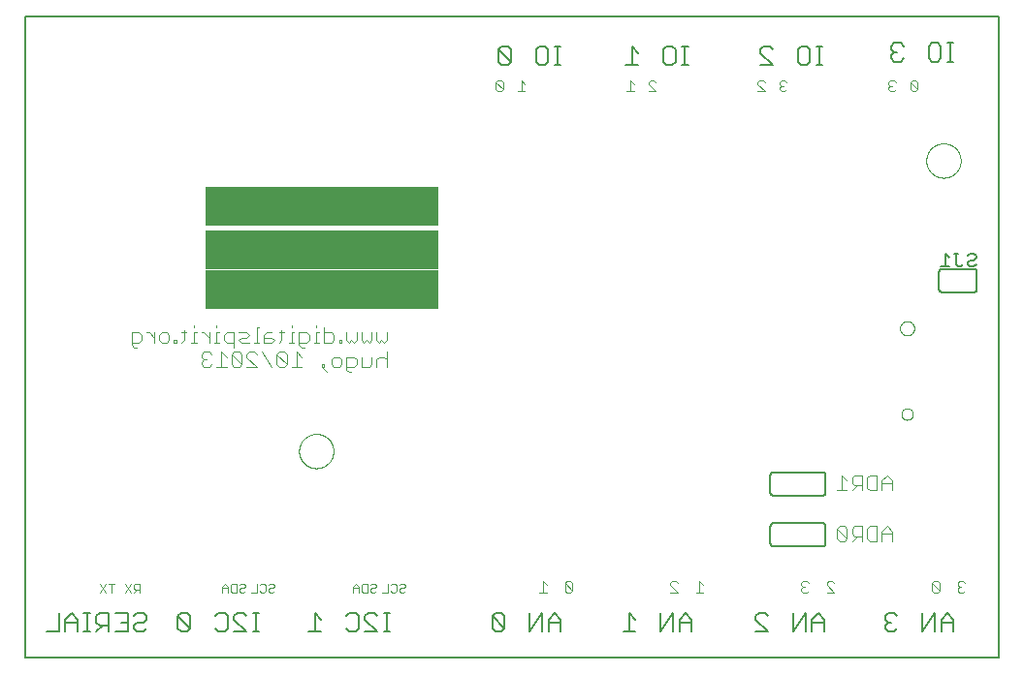
<source format=gbo>
G75*
%MOIN*%
%OFA0B0*%
%FSLAX25Y25*%
%IPPOS*%
%LPD*%
%AMOC8*
5,1,8,0,0,1.08239X$1,22.5*
%
%ADD10C,0.00600*%
%ADD11C,0.00400*%
%ADD12R,0.80000X0.13750*%
%ADD13C,0.00300*%
%ADD14C,0.00500*%
%ADD15C,0.00000*%
D10*
X0008870Y0012765D02*
X0013141Y0012765D01*
X0013141Y0019170D01*
X0015316Y0017035D02*
X0015316Y0012765D01*
X0015316Y0015967D02*
X0019586Y0015967D01*
X0019586Y0017035D02*
X0019586Y0012765D01*
X0021748Y0012765D02*
X0023883Y0012765D01*
X0022816Y0012765D02*
X0022816Y0019170D01*
X0023883Y0019170D02*
X0021748Y0019170D01*
X0019586Y0017035D02*
X0017451Y0019170D01*
X0015316Y0017035D01*
X0026058Y0018102D02*
X0026058Y0015967D01*
X0027126Y0014900D01*
X0030329Y0014900D01*
X0030329Y0012765D02*
X0030329Y0019170D01*
X0027126Y0019170D01*
X0026058Y0018102D01*
X0028194Y0014900D02*
X0026058Y0012765D01*
X0032504Y0012765D02*
X0036774Y0012765D01*
X0036774Y0019170D01*
X0032504Y0019170D01*
X0034639Y0015967D02*
X0036774Y0015967D01*
X0038949Y0014900D02*
X0038949Y0013832D01*
X0040017Y0012765D01*
X0042152Y0012765D01*
X0043220Y0013832D01*
X0042152Y0015967D02*
X0040017Y0015967D01*
X0038949Y0014900D01*
X0038949Y0018102D02*
X0040017Y0019170D01*
X0042152Y0019170D01*
X0043220Y0018102D01*
X0043220Y0017035D01*
X0042152Y0015967D01*
X0054066Y0013832D02*
X0055133Y0012765D01*
X0057269Y0012765D01*
X0058336Y0013832D01*
X0054066Y0018102D01*
X0054066Y0013832D01*
X0058336Y0013832D02*
X0058336Y0018102D01*
X0057269Y0019170D01*
X0055133Y0019170D01*
X0054066Y0018102D01*
X0066957Y0018102D02*
X0068024Y0019170D01*
X0070160Y0019170D01*
X0071227Y0018102D01*
X0071227Y0013832D01*
X0070160Y0012765D01*
X0068024Y0012765D01*
X0066957Y0013832D01*
X0073402Y0012765D02*
X0077673Y0012765D01*
X0073402Y0017035D01*
X0073402Y0018102D01*
X0074470Y0019170D01*
X0076605Y0019170D01*
X0077673Y0018102D01*
X0079835Y0019170D02*
X0081970Y0019170D01*
X0080902Y0019170D02*
X0080902Y0012765D01*
X0079835Y0012765D02*
X0081970Y0012765D01*
X0099066Y0012765D02*
X0103336Y0012765D01*
X0101201Y0012765D02*
X0101201Y0019170D01*
X0103336Y0017035D01*
X0111957Y0018102D02*
X0113024Y0019170D01*
X0115160Y0019170D01*
X0116227Y0018102D01*
X0116227Y0013832D01*
X0115160Y0012765D01*
X0113024Y0012765D01*
X0111957Y0013832D01*
X0118402Y0012765D02*
X0122673Y0012765D01*
X0118402Y0017035D01*
X0118402Y0018102D01*
X0119470Y0019170D01*
X0121605Y0019170D01*
X0122673Y0018102D01*
X0124835Y0019170D02*
X0126970Y0019170D01*
X0125902Y0019170D02*
X0125902Y0012765D01*
X0124835Y0012765D02*
X0126970Y0012765D01*
X0162113Y0013832D02*
X0163180Y0012765D01*
X0165316Y0012765D01*
X0166383Y0013832D01*
X0162113Y0018102D01*
X0162113Y0013832D01*
X0166383Y0013832D02*
X0166383Y0018102D01*
X0165316Y0019170D01*
X0163180Y0019170D01*
X0162113Y0018102D01*
X0175004Y0019170D02*
X0175004Y0012765D01*
X0179274Y0019170D01*
X0179274Y0012765D01*
X0181449Y0012765D02*
X0181449Y0017035D01*
X0183585Y0019170D01*
X0185720Y0017035D01*
X0185720Y0012765D01*
X0185720Y0015967D02*
X0181449Y0015967D01*
X0207113Y0012765D02*
X0211383Y0012765D01*
X0209248Y0012765D02*
X0209248Y0019170D01*
X0211383Y0017035D01*
X0220004Y0019170D02*
X0220004Y0012765D01*
X0224274Y0019170D01*
X0224274Y0012765D01*
X0226449Y0012765D02*
X0226449Y0017035D01*
X0228585Y0019170D01*
X0230720Y0017035D01*
X0230720Y0012765D01*
X0230720Y0015967D02*
X0226449Y0015967D01*
X0252738Y0017035D02*
X0252738Y0018102D01*
X0253805Y0019170D01*
X0255941Y0019170D01*
X0257008Y0018102D01*
X0252738Y0017035D02*
X0257008Y0012765D01*
X0252738Y0012765D01*
X0265629Y0012765D02*
X0265629Y0019170D01*
X0269899Y0019170D02*
X0265629Y0012765D01*
X0269899Y0012765D02*
X0269899Y0019170D01*
X0272074Y0017035D02*
X0272074Y0012765D01*
X0272074Y0015967D02*
X0276345Y0015967D01*
X0276345Y0017035D02*
X0276345Y0012765D01*
X0276345Y0017035D02*
X0274210Y0019170D01*
X0272074Y0017035D01*
X0297113Y0017035D02*
X0298180Y0015967D01*
X0297113Y0014900D01*
X0297113Y0013832D01*
X0298180Y0012765D01*
X0300316Y0012765D01*
X0301383Y0013832D01*
X0299248Y0015967D02*
X0298180Y0015967D01*
X0297113Y0017035D02*
X0297113Y0018102D01*
X0298180Y0019170D01*
X0300316Y0019170D01*
X0301383Y0018102D01*
X0310004Y0019170D02*
X0310004Y0012765D01*
X0314274Y0019170D01*
X0314274Y0012765D01*
X0316449Y0012765D02*
X0316449Y0017035D01*
X0318585Y0019170D01*
X0320720Y0017035D01*
X0320720Y0012765D01*
X0320720Y0015967D02*
X0316449Y0015967D01*
X0276770Y0043215D02*
X0276770Y0049215D01*
X0276768Y0049275D01*
X0276763Y0049336D01*
X0276754Y0049395D01*
X0276741Y0049454D01*
X0276725Y0049513D01*
X0276705Y0049570D01*
X0276682Y0049625D01*
X0276655Y0049680D01*
X0276626Y0049732D01*
X0276593Y0049783D01*
X0276557Y0049832D01*
X0276519Y0049878D01*
X0276477Y0049922D01*
X0276433Y0049964D01*
X0276387Y0050002D01*
X0276338Y0050038D01*
X0276287Y0050071D01*
X0276235Y0050100D01*
X0276180Y0050127D01*
X0276125Y0050150D01*
X0276068Y0050170D01*
X0276009Y0050186D01*
X0275950Y0050199D01*
X0275891Y0050208D01*
X0275830Y0050213D01*
X0275770Y0050215D01*
X0258770Y0050215D01*
X0258710Y0050213D01*
X0258649Y0050208D01*
X0258590Y0050199D01*
X0258531Y0050186D01*
X0258472Y0050170D01*
X0258415Y0050150D01*
X0258360Y0050127D01*
X0258305Y0050100D01*
X0258253Y0050071D01*
X0258202Y0050038D01*
X0258153Y0050002D01*
X0258107Y0049964D01*
X0258063Y0049922D01*
X0258021Y0049878D01*
X0257983Y0049832D01*
X0257947Y0049783D01*
X0257914Y0049732D01*
X0257885Y0049680D01*
X0257858Y0049625D01*
X0257835Y0049570D01*
X0257815Y0049513D01*
X0257799Y0049454D01*
X0257786Y0049395D01*
X0257777Y0049336D01*
X0257772Y0049275D01*
X0257770Y0049215D01*
X0257770Y0043215D01*
X0257772Y0043155D01*
X0257777Y0043094D01*
X0257786Y0043035D01*
X0257799Y0042976D01*
X0257815Y0042917D01*
X0257835Y0042860D01*
X0257858Y0042805D01*
X0257885Y0042750D01*
X0257914Y0042698D01*
X0257947Y0042647D01*
X0257983Y0042598D01*
X0258021Y0042552D01*
X0258063Y0042508D01*
X0258107Y0042466D01*
X0258153Y0042428D01*
X0258202Y0042392D01*
X0258253Y0042359D01*
X0258305Y0042330D01*
X0258360Y0042303D01*
X0258415Y0042280D01*
X0258472Y0042260D01*
X0258531Y0042244D01*
X0258590Y0042231D01*
X0258649Y0042222D01*
X0258710Y0042217D01*
X0258770Y0042215D01*
X0275770Y0042215D01*
X0275830Y0042217D01*
X0275891Y0042222D01*
X0275950Y0042231D01*
X0276009Y0042244D01*
X0276068Y0042260D01*
X0276125Y0042280D01*
X0276180Y0042303D01*
X0276235Y0042330D01*
X0276287Y0042359D01*
X0276338Y0042392D01*
X0276387Y0042428D01*
X0276433Y0042466D01*
X0276477Y0042508D01*
X0276519Y0042552D01*
X0276557Y0042598D01*
X0276593Y0042647D01*
X0276626Y0042698D01*
X0276655Y0042750D01*
X0276682Y0042805D01*
X0276705Y0042860D01*
X0276725Y0042917D01*
X0276741Y0042976D01*
X0276754Y0043035D01*
X0276763Y0043094D01*
X0276768Y0043155D01*
X0276770Y0043215D01*
X0275770Y0059715D02*
X0258770Y0059715D01*
X0258710Y0059717D01*
X0258649Y0059722D01*
X0258590Y0059731D01*
X0258531Y0059744D01*
X0258472Y0059760D01*
X0258415Y0059780D01*
X0258360Y0059803D01*
X0258305Y0059830D01*
X0258253Y0059859D01*
X0258202Y0059892D01*
X0258153Y0059928D01*
X0258107Y0059966D01*
X0258063Y0060008D01*
X0258021Y0060052D01*
X0257983Y0060098D01*
X0257947Y0060147D01*
X0257914Y0060198D01*
X0257885Y0060250D01*
X0257858Y0060305D01*
X0257835Y0060360D01*
X0257815Y0060417D01*
X0257799Y0060476D01*
X0257786Y0060535D01*
X0257777Y0060594D01*
X0257772Y0060655D01*
X0257770Y0060715D01*
X0257770Y0066715D01*
X0257772Y0066775D01*
X0257777Y0066836D01*
X0257786Y0066895D01*
X0257799Y0066954D01*
X0257815Y0067013D01*
X0257835Y0067070D01*
X0257858Y0067125D01*
X0257885Y0067180D01*
X0257914Y0067232D01*
X0257947Y0067283D01*
X0257983Y0067332D01*
X0258021Y0067378D01*
X0258063Y0067422D01*
X0258107Y0067464D01*
X0258153Y0067502D01*
X0258202Y0067538D01*
X0258253Y0067571D01*
X0258305Y0067600D01*
X0258360Y0067627D01*
X0258415Y0067650D01*
X0258472Y0067670D01*
X0258531Y0067686D01*
X0258590Y0067699D01*
X0258649Y0067708D01*
X0258710Y0067713D01*
X0258770Y0067715D01*
X0275770Y0067715D01*
X0275830Y0067713D01*
X0275891Y0067708D01*
X0275950Y0067699D01*
X0276009Y0067686D01*
X0276068Y0067670D01*
X0276125Y0067650D01*
X0276180Y0067627D01*
X0276235Y0067600D01*
X0276287Y0067571D01*
X0276338Y0067538D01*
X0276387Y0067502D01*
X0276433Y0067464D01*
X0276477Y0067422D01*
X0276519Y0067378D01*
X0276557Y0067332D01*
X0276593Y0067283D01*
X0276626Y0067232D01*
X0276655Y0067180D01*
X0276682Y0067125D01*
X0276705Y0067070D01*
X0276725Y0067013D01*
X0276741Y0066954D01*
X0276754Y0066895D01*
X0276763Y0066836D01*
X0276768Y0066775D01*
X0276770Y0066715D01*
X0276770Y0060715D01*
X0276768Y0060655D01*
X0276763Y0060594D01*
X0276754Y0060535D01*
X0276741Y0060476D01*
X0276725Y0060417D01*
X0276705Y0060360D01*
X0276682Y0060305D01*
X0276655Y0060250D01*
X0276626Y0060198D01*
X0276593Y0060147D01*
X0276557Y0060098D01*
X0276519Y0060052D01*
X0276477Y0060008D01*
X0276433Y0059966D01*
X0276387Y0059928D01*
X0276338Y0059892D01*
X0276287Y0059859D01*
X0276235Y0059830D01*
X0276180Y0059803D01*
X0276125Y0059780D01*
X0276068Y0059760D01*
X0276009Y0059744D01*
X0275950Y0059731D01*
X0275891Y0059722D01*
X0275830Y0059717D01*
X0275770Y0059715D01*
X0316770Y0129715D02*
X0327770Y0129715D01*
X0327830Y0129717D01*
X0327891Y0129722D01*
X0327950Y0129731D01*
X0328009Y0129744D01*
X0328068Y0129760D01*
X0328125Y0129780D01*
X0328180Y0129803D01*
X0328235Y0129830D01*
X0328287Y0129859D01*
X0328338Y0129892D01*
X0328387Y0129928D01*
X0328433Y0129966D01*
X0328477Y0130008D01*
X0328519Y0130052D01*
X0328557Y0130098D01*
X0328593Y0130147D01*
X0328626Y0130198D01*
X0328655Y0130250D01*
X0328682Y0130305D01*
X0328705Y0130360D01*
X0328725Y0130417D01*
X0328741Y0130476D01*
X0328754Y0130535D01*
X0328763Y0130594D01*
X0328768Y0130655D01*
X0328770Y0130715D01*
X0328770Y0136715D01*
X0328768Y0136775D01*
X0328763Y0136836D01*
X0328754Y0136895D01*
X0328741Y0136954D01*
X0328725Y0137013D01*
X0328705Y0137070D01*
X0328682Y0137125D01*
X0328655Y0137180D01*
X0328626Y0137232D01*
X0328593Y0137283D01*
X0328557Y0137332D01*
X0328519Y0137378D01*
X0328477Y0137422D01*
X0328433Y0137464D01*
X0328387Y0137502D01*
X0328338Y0137538D01*
X0328287Y0137571D01*
X0328235Y0137600D01*
X0328180Y0137627D01*
X0328125Y0137650D01*
X0328068Y0137670D01*
X0328009Y0137686D01*
X0327950Y0137699D01*
X0327891Y0137708D01*
X0327830Y0137713D01*
X0327770Y0137715D01*
X0316770Y0137715D01*
X0316710Y0137713D01*
X0316649Y0137708D01*
X0316590Y0137699D01*
X0316531Y0137686D01*
X0316472Y0137670D01*
X0316415Y0137650D01*
X0316360Y0137627D01*
X0316305Y0137600D01*
X0316253Y0137571D01*
X0316202Y0137538D01*
X0316153Y0137502D01*
X0316107Y0137464D01*
X0316063Y0137422D01*
X0316021Y0137378D01*
X0315983Y0137332D01*
X0315947Y0137283D01*
X0315914Y0137232D01*
X0315885Y0137180D01*
X0315858Y0137125D01*
X0315835Y0137070D01*
X0315815Y0137013D01*
X0315799Y0136954D01*
X0315786Y0136895D01*
X0315777Y0136836D01*
X0315772Y0136775D01*
X0315770Y0136715D01*
X0315770Y0130715D01*
X0315772Y0130655D01*
X0315777Y0130594D01*
X0315786Y0130535D01*
X0315799Y0130476D01*
X0315815Y0130417D01*
X0315835Y0130360D01*
X0315858Y0130305D01*
X0315885Y0130250D01*
X0315914Y0130198D01*
X0315947Y0130147D01*
X0315983Y0130098D01*
X0316021Y0130052D01*
X0316063Y0130008D01*
X0316107Y0129966D01*
X0316153Y0129928D01*
X0316202Y0129892D01*
X0316253Y0129859D01*
X0316305Y0129830D01*
X0316360Y0129803D01*
X0316415Y0129780D01*
X0316472Y0129760D01*
X0316531Y0129744D01*
X0316590Y0129731D01*
X0316649Y0129722D01*
X0316710Y0129717D01*
X0316770Y0129715D01*
X0275720Y0207765D02*
X0273585Y0207765D01*
X0274652Y0207765D02*
X0274652Y0214170D01*
X0273585Y0214170D02*
X0275720Y0214170D01*
X0271423Y0213102D02*
X0271423Y0208832D01*
X0270355Y0207765D01*
X0268220Y0207765D01*
X0267152Y0208832D01*
X0267152Y0213102D01*
X0268220Y0214170D01*
X0270355Y0214170D01*
X0271423Y0213102D01*
X0258532Y0213102D02*
X0257464Y0214170D01*
X0255329Y0214170D01*
X0254261Y0213102D01*
X0254261Y0212035D01*
X0258532Y0207765D01*
X0254261Y0207765D01*
X0229470Y0207765D02*
X0227335Y0207765D01*
X0228402Y0207765D02*
X0228402Y0214170D01*
X0227335Y0214170D02*
X0229470Y0214170D01*
X0225173Y0213102D02*
X0225173Y0208832D01*
X0224105Y0207765D01*
X0221970Y0207765D01*
X0220902Y0208832D01*
X0220902Y0213102D01*
X0221970Y0214170D01*
X0224105Y0214170D01*
X0225173Y0213102D01*
X0212282Y0212035D02*
X0210147Y0214170D01*
X0210147Y0207765D01*
X0212282Y0207765D02*
X0208011Y0207765D01*
X0185720Y0207765D02*
X0183585Y0207765D01*
X0184652Y0207765D02*
X0184652Y0214170D01*
X0183585Y0214170D02*
X0185720Y0214170D01*
X0181423Y0213102D02*
X0181423Y0208832D01*
X0180355Y0207765D01*
X0178220Y0207765D01*
X0177152Y0208832D01*
X0177152Y0213102D01*
X0178220Y0214170D01*
X0180355Y0214170D01*
X0181423Y0213102D01*
X0168532Y0213102D02*
X0168532Y0208832D01*
X0164261Y0213102D01*
X0164261Y0208832D01*
X0165329Y0207765D01*
X0167464Y0207765D01*
X0168532Y0208832D01*
X0168532Y0213102D02*
X0167464Y0214170D01*
X0165329Y0214170D01*
X0164261Y0213102D01*
X0299261Y0213285D02*
X0300329Y0212217D01*
X0299261Y0211150D01*
X0299261Y0210082D01*
X0300329Y0209015D01*
X0302464Y0209015D01*
X0303532Y0210082D01*
X0301397Y0212217D02*
X0300329Y0212217D01*
X0299261Y0213285D02*
X0299261Y0214352D01*
X0300329Y0215420D01*
X0302464Y0215420D01*
X0303532Y0214352D01*
X0312152Y0214352D02*
X0312152Y0210082D01*
X0313220Y0209015D01*
X0315355Y0209015D01*
X0316423Y0210082D01*
X0316423Y0214352D01*
X0315355Y0215420D01*
X0313220Y0215420D01*
X0312152Y0214352D01*
X0318585Y0215420D02*
X0320720Y0215420D01*
X0319652Y0215420D02*
X0319652Y0209015D01*
X0318585Y0209015D02*
X0320720Y0209015D01*
D11*
X0125820Y0115784D02*
X0125820Y0113182D01*
X0124952Y0112315D01*
X0124085Y0113182D01*
X0123217Y0112315D01*
X0122350Y0113182D01*
X0122350Y0115784D01*
X0120663Y0115784D02*
X0120663Y0113182D01*
X0119796Y0112315D01*
X0118928Y0113182D01*
X0118061Y0112315D01*
X0117194Y0113182D01*
X0117194Y0115784D01*
X0115507Y0115784D02*
X0115507Y0113182D01*
X0114639Y0112315D01*
X0113772Y0113182D01*
X0112905Y0112315D01*
X0112037Y0113182D01*
X0112037Y0115784D01*
X0110350Y0113182D02*
X0109483Y0113182D01*
X0109483Y0112315D01*
X0110350Y0112315D01*
X0110350Y0113182D01*
X0107772Y0113182D02*
X0107772Y0114917D01*
X0106905Y0115784D01*
X0104303Y0115784D01*
X0102616Y0115784D02*
X0101748Y0115784D01*
X0101748Y0112315D01*
X0100881Y0112315D02*
X0102616Y0112315D01*
X0104303Y0112315D02*
X0106905Y0112315D01*
X0107772Y0113182D01*
X0104303Y0112315D02*
X0104303Y0117519D01*
X0101748Y0117519D02*
X0101748Y0118386D01*
X0098311Y0115784D02*
X0099178Y0114917D01*
X0099178Y0113182D01*
X0098311Y0112315D01*
X0095709Y0112315D01*
X0095709Y0111447D02*
X0095709Y0115784D01*
X0098311Y0115784D01*
X0094022Y0115784D02*
X0093155Y0115784D01*
X0093155Y0112315D01*
X0094022Y0112315D02*
X0092287Y0112315D01*
X0089717Y0113182D02*
X0088849Y0112315D01*
X0089717Y0113182D02*
X0089717Y0116652D01*
X0090584Y0115784D02*
X0088849Y0115784D01*
X0086279Y0115784D02*
X0084544Y0115784D01*
X0083677Y0114917D01*
X0083677Y0112315D01*
X0086279Y0112315D01*
X0087147Y0113182D01*
X0086279Y0114049D01*
X0083677Y0114049D01*
X0081990Y0112315D02*
X0080255Y0112315D01*
X0081123Y0112315D02*
X0081123Y0117519D01*
X0081990Y0117519D01*
X0078553Y0114917D02*
X0077685Y0115784D01*
X0075083Y0115784D01*
X0073396Y0115784D02*
X0070794Y0115784D01*
X0069927Y0114917D01*
X0069927Y0113182D01*
X0070794Y0112315D01*
X0073396Y0112315D01*
X0073396Y0110580D02*
X0073396Y0115784D01*
X0075950Y0114049D02*
X0077685Y0114049D01*
X0078553Y0114917D01*
X0078553Y0112315D02*
X0075950Y0112315D01*
X0075083Y0113182D01*
X0075950Y0114049D01*
X0075107Y0109119D02*
X0073372Y0109119D01*
X0072505Y0108252D01*
X0075975Y0104782D01*
X0075107Y0103915D01*
X0073372Y0103915D01*
X0072505Y0104782D01*
X0072505Y0108252D01*
X0070818Y0107384D02*
X0069083Y0109119D01*
X0069083Y0103915D01*
X0070818Y0103915D02*
X0067348Y0103915D01*
X0065662Y0104782D02*
X0064794Y0103915D01*
X0063059Y0103915D01*
X0062192Y0104782D01*
X0062192Y0105649D01*
X0063059Y0106517D01*
X0063927Y0106517D01*
X0063059Y0106517D02*
X0062192Y0107384D01*
X0062192Y0108252D01*
X0063059Y0109119D01*
X0064794Y0109119D01*
X0065662Y0108252D01*
X0066505Y0112315D02*
X0068240Y0112315D01*
X0067373Y0112315D02*
X0067373Y0115784D01*
X0068240Y0115784D01*
X0067373Y0117519D02*
X0067373Y0118386D01*
X0064802Y0115784D02*
X0064802Y0112315D01*
X0064802Y0114049D02*
X0063068Y0115784D01*
X0062200Y0115784D01*
X0060505Y0115784D02*
X0059638Y0115784D01*
X0059638Y0112315D01*
X0060505Y0112315D02*
X0058771Y0112315D01*
X0056200Y0113182D02*
X0055333Y0112315D01*
X0056200Y0113182D02*
X0056200Y0116652D01*
X0055333Y0115784D02*
X0057068Y0115784D01*
X0059638Y0117519D02*
X0059638Y0118386D01*
X0053630Y0113182D02*
X0052763Y0113182D01*
X0052763Y0112315D01*
X0053630Y0112315D01*
X0053630Y0113182D01*
X0051052Y0113182D02*
X0050185Y0112315D01*
X0048450Y0112315D01*
X0047582Y0113182D01*
X0047582Y0114917D01*
X0048450Y0115784D01*
X0050185Y0115784D01*
X0051052Y0114917D01*
X0051052Y0113182D01*
X0045896Y0114049D02*
X0044161Y0115784D01*
X0043293Y0115784D01*
X0041599Y0114917D02*
X0041599Y0113182D01*
X0040731Y0112315D01*
X0038129Y0112315D01*
X0038129Y0111447D02*
X0038129Y0115784D01*
X0040731Y0115784D01*
X0041599Y0114917D01*
X0045896Y0115784D02*
X0045896Y0112315D01*
X0039864Y0110580D02*
X0038996Y0110580D01*
X0038129Y0111447D01*
X0075107Y0109119D02*
X0075975Y0108252D01*
X0075975Y0104782D01*
X0077661Y0103915D02*
X0081131Y0103915D01*
X0077661Y0107384D01*
X0077661Y0108252D01*
X0078529Y0109119D01*
X0080264Y0109119D01*
X0081131Y0108252D01*
X0082818Y0109119D02*
X0086287Y0103915D01*
X0087974Y0104782D02*
X0088841Y0103915D01*
X0090576Y0103915D01*
X0091444Y0104782D01*
X0087974Y0108252D01*
X0087974Y0104782D01*
X0091444Y0104782D02*
X0091444Y0108252D01*
X0090576Y0109119D01*
X0088841Y0109119D01*
X0087974Y0108252D01*
X0093130Y0103915D02*
X0096600Y0103915D01*
X0094865Y0103915D02*
X0094865Y0109119D01*
X0096600Y0107384D01*
X0096576Y0110580D02*
X0095709Y0111447D01*
X0096576Y0110580D02*
X0097443Y0110580D01*
X0093155Y0117519D02*
X0093155Y0118386D01*
X0106881Y0106517D02*
X0107748Y0107384D01*
X0109483Y0107384D01*
X0110350Y0106517D01*
X0110350Y0104782D01*
X0109483Y0103915D01*
X0107748Y0103915D01*
X0106881Y0104782D01*
X0106881Y0106517D01*
X0104327Y0104782D02*
X0104327Y0103915D01*
X0103459Y0103915D01*
X0103459Y0104782D01*
X0104327Y0104782D01*
X0103459Y0103915D02*
X0105194Y0102180D01*
X0112037Y0103047D02*
X0112037Y0107384D01*
X0114639Y0107384D01*
X0115507Y0106517D01*
X0115507Y0104782D01*
X0114639Y0103915D01*
X0112037Y0103915D01*
X0112037Y0103047D02*
X0112905Y0102180D01*
X0113772Y0102180D01*
X0117194Y0103915D02*
X0117194Y0107384D01*
X0120663Y0107384D02*
X0120663Y0104782D01*
X0119796Y0103915D01*
X0117194Y0103915D01*
X0122350Y0103915D02*
X0122350Y0106517D01*
X0123217Y0107384D01*
X0124952Y0107384D01*
X0125820Y0106517D01*
X0125820Y0109119D02*
X0125820Y0103915D01*
X0280631Y0061415D02*
X0284100Y0061415D01*
X0285787Y0061415D02*
X0287522Y0063149D01*
X0286655Y0063149D02*
X0289257Y0063149D01*
X0289257Y0061415D02*
X0289257Y0066619D01*
X0286655Y0066619D01*
X0285787Y0065752D01*
X0285787Y0064017D01*
X0286655Y0063149D01*
X0284100Y0064884D02*
X0282366Y0066619D01*
X0282366Y0061415D01*
X0290944Y0062282D02*
X0291811Y0061415D01*
X0294413Y0061415D01*
X0294413Y0066619D01*
X0291811Y0066619D01*
X0290944Y0065752D01*
X0290944Y0062282D01*
X0296100Y0061415D02*
X0296100Y0064884D01*
X0297835Y0066619D01*
X0299570Y0064884D01*
X0299570Y0061415D01*
X0299570Y0064017D02*
X0296100Y0064017D01*
X0294413Y0049119D02*
X0291811Y0049119D01*
X0290944Y0048252D01*
X0290944Y0044782D01*
X0291811Y0043915D01*
X0294413Y0043915D01*
X0294413Y0049119D01*
X0296100Y0047384D02*
X0296100Y0043915D01*
X0296100Y0046517D02*
X0299570Y0046517D01*
X0299570Y0047384D02*
X0297835Y0049119D01*
X0296100Y0047384D01*
X0299570Y0047384D02*
X0299570Y0043915D01*
X0289257Y0043915D02*
X0289257Y0049119D01*
X0286655Y0049119D01*
X0285787Y0048252D01*
X0285787Y0046517D01*
X0286655Y0045649D01*
X0289257Y0045649D01*
X0287522Y0045649D02*
X0285787Y0043915D01*
X0284100Y0044782D02*
X0280631Y0048252D01*
X0280631Y0044782D01*
X0281498Y0043915D01*
X0283233Y0043915D01*
X0284100Y0044782D01*
X0284100Y0048252D01*
X0283233Y0049119D01*
X0281498Y0049119D01*
X0280631Y0048252D01*
D12*
X0103520Y0130590D03*
X0103520Y0144340D03*
X0103520Y0159340D03*
D13*
X0163401Y0199482D02*
X0164018Y0198865D01*
X0165252Y0198865D01*
X0165870Y0199482D01*
X0163401Y0201951D01*
X0163401Y0199482D01*
X0163401Y0201951D02*
X0164018Y0202568D01*
X0165252Y0202568D01*
X0165870Y0201951D01*
X0165870Y0199482D01*
X0170901Y0198865D02*
X0173370Y0198865D01*
X0172135Y0198865D02*
X0172135Y0202568D01*
X0173370Y0201333D01*
X0208401Y0198865D02*
X0210870Y0198865D01*
X0209635Y0198865D02*
X0209635Y0202568D01*
X0210870Y0201333D01*
X0215901Y0201333D02*
X0215901Y0201951D01*
X0216518Y0202568D01*
X0217752Y0202568D01*
X0218370Y0201951D01*
X0215901Y0201333D02*
X0218370Y0198865D01*
X0215901Y0198865D01*
X0253401Y0198865D02*
X0255870Y0198865D01*
X0253401Y0201333D01*
X0253401Y0201951D01*
X0254018Y0202568D01*
X0255252Y0202568D01*
X0255870Y0201951D01*
X0260901Y0201951D02*
X0260901Y0201333D01*
X0261518Y0200716D01*
X0260901Y0200099D01*
X0260901Y0199482D01*
X0261518Y0198865D01*
X0262752Y0198865D01*
X0263370Y0199482D01*
X0262135Y0200716D02*
X0261518Y0200716D01*
X0260901Y0201951D02*
X0261518Y0202568D01*
X0262752Y0202568D01*
X0263370Y0201951D01*
X0298401Y0201951D02*
X0298401Y0201333D01*
X0299018Y0200716D01*
X0298401Y0200099D01*
X0298401Y0199482D01*
X0299018Y0198865D01*
X0300252Y0198865D01*
X0300870Y0199482D01*
X0299635Y0200716D02*
X0299018Y0200716D01*
X0298401Y0201951D02*
X0299018Y0202568D01*
X0300252Y0202568D01*
X0300870Y0201951D01*
X0305901Y0201951D02*
X0305901Y0199482D01*
X0306518Y0198865D01*
X0307752Y0198865D01*
X0308370Y0199482D01*
X0305901Y0201951D01*
X0306518Y0202568D01*
X0307752Y0202568D01*
X0308370Y0201951D01*
X0308370Y0199482D01*
X0314018Y0030068D02*
X0313401Y0029451D01*
X0315870Y0026982D01*
X0315252Y0026365D01*
X0314018Y0026365D01*
X0313401Y0026982D01*
X0313401Y0029451D01*
X0314018Y0030068D02*
X0315252Y0030068D01*
X0315870Y0029451D01*
X0315870Y0026982D01*
X0322151Y0026982D02*
X0322768Y0026365D01*
X0324002Y0026365D01*
X0324620Y0026982D01*
X0323385Y0028216D02*
X0322768Y0028216D01*
X0322151Y0027599D01*
X0322151Y0026982D01*
X0322768Y0028216D02*
X0322151Y0028833D01*
X0322151Y0029451D01*
X0322768Y0030068D01*
X0324002Y0030068D01*
X0324620Y0029451D01*
X0279620Y0029451D02*
X0279002Y0030068D01*
X0277768Y0030068D01*
X0277151Y0029451D01*
X0277151Y0028833D01*
X0279620Y0026365D01*
X0277151Y0026365D01*
X0270870Y0026982D02*
X0270252Y0026365D01*
X0269018Y0026365D01*
X0268401Y0026982D01*
X0268401Y0027599D01*
X0269018Y0028216D01*
X0269635Y0028216D01*
X0269018Y0028216D02*
X0268401Y0028833D01*
X0268401Y0029451D01*
X0269018Y0030068D01*
X0270252Y0030068D01*
X0270870Y0029451D01*
X0234620Y0028833D02*
X0233385Y0030068D01*
X0233385Y0026365D01*
X0232151Y0026365D02*
X0234620Y0026365D01*
X0225870Y0026365D02*
X0223401Y0028833D01*
X0223401Y0029451D01*
X0224018Y0030068D01*
X0225252Y0030068D01*
X0225870Y0029451D01*
X0225870Y0026365D02*
X0223401Y0026365D01*
X0189620Y0026982D02*
X0187151Y0029451D01*
X0187151Y0026982D01*
X0187768Y0026365D01*
X0189002Y0026365D01*
X0189620Y0026982D01*
X0189620Y0029451D01*
X0189002Y0030068D01*
X0187768Y0030068D01*
X0187151Y0029451D01*
X0180870Y0028833D02*
X0179635Y0030068D01*
X0179635Y0026365D01*
X0178401Y0026365D02*
X0180870Y0026365D01*
X0132120Y0026848D02*
X0131636Y0026365D01*
X0130668Y0026365D01*
X0130185Y0026848D01*
X0130185Y0027332D01*
X0130668Y0027816D01*
X0131636Y0027816D01*
X0132120Y0028300D01*
X0132120Y0028783D01*
X0131636Y0029267D01*
X0130668Y0029267D01*
X0130185Y0028783D01*
X0129173Y0028783D02*
X0129173Y0026848D01*
X0128689Y0026365D01*
X0127722Y0026365D01*
X0127238Y0026848D01*
X0126227Y0026365D02*
X0124292Y0026365D01*
X0126227Y0026365D02*
X0126227Y0029267D01*
X0127238Y0028783D02*
X0127722Y0029267D01*
X0128689Y0029267D01*
X0129173Y0028783D01*
X0122120Y0028783D02*
X0122120Y0028300D01*
X0121636Y0027816D01*
X0120668Y0027816D01*
X0120185Y0027332D01*
X0120185Y0026848D01*
X0120668Y0026365D01*
X0121636Y0026365D01*
X0122120Y0026848D01*
X0122120Y0028783D02*
X0121636Y0029267D01*
X0120668Y0029267D01*
X0120185Y0028783D01*
X0119173Y0029267D02*
X0117722Y0029267D01*
X0117238Y0028783D01*
X0117238Y0026848D01*
X0117722Y0026365D01*
X0119173Y0026365D01*
X0119173Y0029267D01*
X0116227Y0028300D02*
X0116227Y0026365D01*
X0116227Y0027816D02*
X0114292Y0027816D01*
X0114292Y0028300D02*
X0114292Y0026365D01*
X0114292Y0028300D02*
X0115259Y0029267D01*
X0116227Y0028300D01*
X0087120Y0028300D02*
X0086636Y0027816D01*
X0085668Y0027816D01*
X0085185Y0027332D01*
X0085185Y0026848D01*
X0085668Y0026365D01*
X0086636Y0026365D01*
X0087120Y0026848D01*
X0087120Y0028300D02*
X0087120Y0028783D01*
X0086636Y0029267D01*
X0085668Y0029267D01*
X0085185Y0028783D01*
X0084173Y0028783D02*
X0084173Y0026848D01*
X0083689Y0026365D01*
X0082722Y0026365D01*
X0082238Y0026848D01*
X0081227Y0026365D02*
X0079292Y0026365D01*
X0081227Y0026365D02*
X0081227Y0029267D01*
X0082238Y0028783D02*
X0082722Y0029267D01*
X0083689Y0029267D01*
X0084173Y0028783D01*
X0077120Y0028783D02*
X0077120Y0028300D01*
X0076636Y0027816D01*
X0075668Y0027816D01*
X0075185Y0027332D01*
X0075185Y0026848D01*
X0075668Y0026365D01*
X0076636Y0026365D01*
X0077120Y0026848D01*
X0077120Y0028783D02*
X0076636Y0029267D01*
X0075668Y0029267D01*
X0075185Y0028783D01*
X0074173Y0029267D02*
X0074173Y0026365D01*
X0072722Y0026365D01*
X0072238Y0026848D01*
X0072238Y0028783D01*
X0072722Y0029267D01*
X0074173Y0029267D01*
X0071227Y0028300D02*
X0070259Y0029267D01*
X0069292Y0028300D01*
X0069292Y0026365D01*
X0069292Y0027816D02*
X0071227Y0027816D01*
X0071227Y0028300D02*
X0071227Y0026365D01*
X0040870Y0026365D02*
X0040870Y0029267D01*
X0039418Y0029267D01*
X0038935Y0028783D01*
X0038935Y0027816D01*
X0039418Y0027332D01*
X0040870Y0027332D01*
X0039902Y0027332D02*
X0038935Y0026365D01*
X0037923Y0026365D02*
X0035988Y0029267D01*
X0037923Y0029267D02*
X0035988Y0026365D01*
X0031152Y0026365D02*
X0031152Y0029267D01*
X0030185Y0029267D02*
X0032120Y0029267D01*
X0029173Y0029267D02*
X0027238Y0026365D01*
X0029173Y0026365D02*
X0027238Y0029267D01*
D14*
X0001571Y0004010D02*
X0001571Y0224482D01*
X0336217Y0224482D01*
X0336217Y0004010D01*
X0001571Y0004010D01*
X0316309Y0138465D02*
X0319312Y0138465D01*
X0317811Y0138465D02*
X0317811Y0142968D01*
X0319312Y0141467D01*
X0320913Y0142968D02*
X0322414Y0142968D01*
X0321664Y0142968D02*
X0321664Y0139215D01*
X0322414Y0138465D01*
X0323165Y0138465D01*
X0323916Y0139215D01*
X0325517Y0139215D02*
X0325517Y0139966D01*
X0326268Y0140716D01*
X0327769Y0140716D01*
X0328520Y0141467D01*
X0328520Y0142218D01*
X0327769Y0142968D01*
X0326268Y0142968D01*
X0325517Y0142218D01*
X0325517Y0139215D02*
X0326268Y0138465D01*
X0327769Y0138465D01*
X0328520Y0139215D01*
D15*
X0302309Y0117228D02*
X0302311Y0117327D01*
X0302317Y0117426D01*
X0302327Y0117525D01*
X0302341Y0117623D01*
X0302359Y0117720D01*
X0302381Y0117817D01*
X0302406Y0117913D01*
X0302436Y0118007D01*
X0302469Y0118101D01*
X0302506Y0118193D01*
X0302547Y0118283D01*
X0302591Y0118372D01*
X0302639Y0118458D01*
X0302690Y0118543D01*
X0302745Y0118626D01*
X0302803Y0118706D01*
X0302864Y0118784D01*
X0302928Y0118860D01*
X0302995Y0118933D01*
X0303065Y0119003D01*
X0303138Y0119070D01*
X0303214Y0119134D01*
X0303292Y0119195D01*
X0303372Y0119253D01*
X0303455Y0119308D01*
X0303539Y0119359D01*
X0303626Y0119407D01*
X0303715Y0119451D01*
X0303805Y0119492D01*
X0303897Y0119529D01*
X0303991Y0119562D01*
X0304085Y0119592D01*
X0304181Y0119617D01*
X0304278Y0119639D01*
X0304375Y0119657D01*
X0304473Y0119671D01*
X0304572Y0119681D01*
X0304671Y0119687D01*
X0304770Y0119689D01*
X0304869Y0119687D01*
X0304968Y0119681D01*
X0305067Y0119671D01*
X0305165Y0119657D01*
X0305262Y0119639D01*
X0305359Y0119617D01*
X0305455Y0119592D01*
X0305549Y0119562D01*
X0305643Y0119529D01*
X0305735Y0119492D01*
X0305825Y0119451D01*
X0305914Y0119407D01*
X0306000Y0119359D01*
X0306085Y0119308D01*
X0306168Y0119253D01*
X0306248Y0119195D01*
X0306326Y0119134D01*
X0306402Y0119070D01*
X0306475Y0119003D01*
X0306545Y0118933D01*
X0306612Y0118860D01*
X0306676Y0118784D01*
X0306737Y0118706D01*
X0306795Y0118626D01*
X0306850Y0118543D01*
X0306901Y0118459D01*
X0306949Y0118372D01*
X0306993Y0118283D01*
X0307034Y0118193D01*
X0307071Y0118101D01*
X0307104Y0118007D01*
X0307134Y0117913D01*
X0307159Y0117817D01*
X0307181Y0117720D01*
X0307199Y0117623D01*
X0307213Y0117525D01*
X0307223Y0117426D01*
X0307229Y0117327D01*
X0307231Y0117228D01*
X0307229Y0117129D01*
X0307223Y0117030D01*
X0307213Y0116931D01*
X0307199Y0116833D01*
X0307181Y0116736D01*
X0307159Y0116639D01*
X0307134Y0116543D01*
X0307104Y0116449D01*
X0307071Y0116355D01*
X0307034Y0116263D01*
X0306993Y0116173D01*
X0306949Y0116084D01*
X0306901Y0115998D01*
X0306850Y0115913D01*
X0306795Y0115830D01*
X0306737Y0115750D01*
X0306676Y0115672D01*
X0306612Y0115596D01*
X0306545Y0115523D01*
X0306475Y0115453D01*
X0306402Y0115386D01*
X0306326Y0115322D01*
X0306248Y0115261D01*
X0306168Y0115203D01*
X0306085Y0115148D01*
X0306001Y0115097D01*
X0305914Y0115049D01*
X0305825Y0115005D01*
X0305735Y0114964D01*
X0305643Y0114927D01*
X0305549Y0114894D01*
X0305455Y0114864D01*
X0305359Y0114839D01*
X0305262Y0114817D01*
X0305165Y0114799D01*
X0305067Y0114785D01*
X0304968Y0114775D01*
X0304869Y0114769D01*
X0304770Y0114767D01*
X0304671Y0114769D01*
X0304572Y0114775D01*
X0304473Y0114785D01*
X0304375Y0114799D01*
X0304278Y0114817D01*
X0304181Y0114839D01*
X0304085Y0114864D01*
X0303991Y0114894D01*
X0303897Y0114927D01*
X0303805Y0114964D01*
X0303715Y0115005D01*
X0303626Y0115049D01*
X0303540Y0115097D01*
X0303455Y0115148D01*
X0303372Y0115203D01*
X0303292Y0115261D01*
X0303214Y0115322D01*
X0303138Y0115386D01*
X0303065Y0115453D01*
X0302995Y0115523D01*
X0302928Y0115596D01*
X0302864Y0115672D01*
X0302803Y0115750D01*
X0302745Y0115830D01*
X0302690Y0115913D01*
X0302639Y0115997D01*
X0302591Y0116084D01*
X0302547Y0116173D01*
X0302506Y0116263D01*
X0302469Y0116355D01*
X0302436Y0116449D01*
X0302406Y0116543D01*
X0302381Y0116639D01*
X0302359Y0116736D01*
X0302341Y0116833D01*
X0302327Y0116931D01*
X0302317Y0117030D01*
X0302311Y0117129D01*
X0302309Y0117228D01*
X0302801Y0087701D02*
X0302803Y0087789D01*
X0302809Y0087877D01*
X0302819Y0087965D01*
X0302833Y0088053D01*
X0302850Y0088139D01*
X0302872Y0088225D01*
X0302897Y0088309D01*
X0302927Y0088393D01*
X0302959Y0088475D01*
X0302996Y0088555D01*
X0303036Y0088634D01*
X0303080Y0088711D01*
X0303127Y0088786D01*
X0303177Y0088858D01*
X0303231Y0088929D01*
X0303287Y0088996D01*
X0303347Y0089062D01*
X0303409Y0089124D01*
X0303475Y0089184D01*
X0303542Y0089240D01*
X0303613Y0089294D01*
X0303685Y0089344D01*
X0303760Y0089391D01*
X0303837Y0089435D01*
X0303916Y0089475D01*
X0303996Y0089512D01*
X0304078Y0089544D01*
X0304162Y0089574D01*
X0304246Y0089599D01*
X0304332Y0089621D01*
X0304418Y0089638D01*
X0304506Y0089652D01*
X0304594Y0089662D01*
X0304682Y0089668D01*
X0304770Y0089670D01*
X0304858Y0089668D01*
X0304946Y0089662D01*
X0305034Y0089652D01*
X0305122Y0089638D01*
X0305208Y0089621D01*
X0305294Y0089599D01*
X0305378Y0089574D01*
X0305462Y0089544D01*
X0305544Y0089512D01*
X0305624Y0089475D01*
X0305703Y0089435D01*
X0305780Y0089391D01*
X0305855Y0089344D01*
X0305927Y0089294D01*
X0305998Y0089240D01*
X0306065Y0089184D01*
X0306131Y0089124D01*
X0306193Y0089062D01*
X0306253Y0088996D01*
X0306309Y0088929D01*
X0306363Y0088858D01*
X0306413Y0088786D01*
X0306460Y0088711D01*
X0306504Y0088634D01*
X0306544Y0088555D01*
X0306581Y0088475D01*
X0306613Y0088393D01*
X0306643Y0088309D01*
X0306668Y0088225D01*
X0306690Y0088139D01*
X0306707Y0088053D01*
X0306721Y0087965D01*
X0306731Y0087877D01*
X0306737Y0087789D01*
X0306739Y0087701D01*
X0306737Y0087613D01*
X0306731Y0087525D01*
X0306721Y0087437D01*
X0306707Y0087349D01*
X0306690Y0087263D01*
X0306668Y0087177D01*
X0306643Y0087093D01*
X0306613Y0087009D01*
X0306581Y0086927D01*
X0306544Y0086847D01*
X0306504Y0086768D01*
X0306460Y0086691D01*
X0306413Y0086616D01*
X0306363Y0086544D01*
X0306309Y0086473D01*
X0306253Y0086406D01*
X0306193Y0086340D01*
X0306131Y0086278D01*
X0306065Y0086218D01*
X0305998Y0086162D01*
X0305927Y0086108D01*
X0305855Y0086058D01*
X0305780Y0086011D01*
X0305703Y0085967D01*
X0305624Y0085927D01*
X0305544Y0085890D01*
X0305462Y0085858D01*
X0305378Y0085828D01*
X0305294Y0085803D01*
X0305208Y0085781D01*
X0305122Y0085764D01*
X0305034Y0085750D01*
X0304946Y0085740D01*
X0304858Y0085734D01*
X0304770Y0085732D01*
X0304682Y0085734D01*
X0304594Y0085740D01*
X0304506Y0085750D01*
X0304418Y0085764D01*
X0304332Y0085781D01*
X0304246Y0085803D01*
X0304162Y0085828D01*
X0304078Y0085858D01*
X0303996Y0085890D01*
X0303916Y0085927D01*
X0303837Y0085967D01*
X0303760Y0086011D01*
X0303685Y0086058D01*
X0303613Y0086108D01*
X0303542Y0086162D01*
X0303475Y0086218D01*
X0303409Y0086278D01*
X0303347Y0086340D01*
X0303287Y0086406D01*
X0303231Y0086473D01*
X0303177Y0086544D01*
X0303127Y0086616D01*
X0303080Y0086691D01*
X0303036Y0086768D01*
X0302996Y0086847D01*
X0302959Y0086927D01*
X0302927Y0087009D01*
X0302897Y0087093D01*
X0302872Y0087177D01*
X0302850Y0087263D01*
X0302833Y0087349D01*
X0302819Y0087437D01*
X0302809Y0087525D01*
X0302803Y0087613D01*
X0302801Y0087701D01*
X0311364Y0174965D02*
X0311366Y0175118D01*
X0311372Y0175272D01*
X0311382Y0175425D01*
X0311396Y0175577D01*
X0311414Y0175730D01*
X0311436Y0175881D01*
X0311461Y0176032D01*
X0311491Y0176183D01*
X0311525Y0176333D01*
X0311562Y0176481D01*
X0311603Y0176629D01*
X0311648Y0176775D01*
X0311697Y0176921D01*
X0311750Y0177065D01*
X0311806Y0177207D01*
X0311866Y0177348D01*
X0311930Y0177488D01*
X0311997Y0177626D01*
X0312068Y0177762D01*
X0312143Y0177896D01*
X0312220Y0178028D01*
X0312302Y0178158D01*
X0312386Y0178286D01*
X0312474Y0178412D01*
X0312565Y0178535D01*
X0312659Y0178656D01*
X0312757Y0178774D01*
X0312857Y0178890D01*
X0312961Y0179003D01*
X0313067Y0179114D01*
X0313176Y0179222D01*
X0313288Y0179327D01*
X0313402Y0179428D01*
X0313520Y0179527D01*
X0313639Y0179623D01*
X0313761Y0179716D01*
X0313886Y0179805D01*
X0314013Y0179892D01*
X0314142Y0179974D01*
X0314273Y0180054D01*
X0314406Y0180130D01*
X0314541Y0180203D01*
X0314678Y0180272D01*
X0314817Y0180337D01*
X0314957Y0180399D01*
X0315099Y0180457D01*
X0315242Y0180512D01*
X0315387Y0180563D01*
X0315533Y0180610D01*
X0315680Y0180653D01*
X0315828Y0180692D01*
X0315977Y0180728D01*
X0316127Y0180759D01*
X0316278Y0180787D01*
X0316429Y0180811D01*
X0316582Y0180831D01*
X0316734Y0180847D01*
X0316887Y0180859D01*
X0317040Y0180867D01*
X0317193Y0180871D01*
X0317347Y0180871D01*
X0317500Y0180867D01*
X0317653Y0180859D01*
X0317806Y0180847D01*
X0317958Y0180831D01*
X0318111Y0180811D01*
X0318262Y0180787D01*
X0318413Y0180759D01*
X0318563Y0180728D01*
X0318712Y0180692D01*
X0318860Y0180653D01*
X0319007Y0180610D01*
X0319153Y0180563D01*
X0319298Y0180512D01*
X0319441Y0180457D01*
X0319583Y0180399D01*
X0319723Y0180337D01*
X0319862Y0180272D01*
X0319999Y0180203D01*
X0320134Y0180130D01*
X0320267Y0180054D01*
X0320398Y0179974D01*
X0320527Y0179892D01*
X0320654Y0179805D01*
X0320779Y0179716D01*
X0320901Y0179623D01*
X0321020Y0179527D01*
X0321138Y0179428D01*
X0321252Y0179327D01*
X0321364Y0179222D01*
X0321473Y0179114D01*
X0321579Y0179003D01*
X0321683Y0178890D01*
X0321783Y0178774D01*
X0321881Y0178656D01*
X0321975Y0178535D01*
X0322066Y0178412D01*
X0322154Y0178286D01*
X0322238Y0178158D01*
X0322320Y0178028D01*
X0322397Y0177896D01*
X0322472Y0177762D01*
X0322543Y0177626D01*
X0322610Y0177488D01*
X0322674Y0177348D01*
X0322734Y0177207D01*
X0322790Y0177065D01*
X0322843Y0176921D01*
X0322892Y0176775D01*
X0322937Y0176629D01*
X0322978Y0176481D01*
X0323015Y0176333D01*
X0323049Y0176183D01*
X0323079Y0176032D01*
X0323104Y0175881D01*
X0323126Y0175730D01*
X0323144Y0175577D01*
X0323158Y0175425D01*
X0323168Y0175272D01*
X0323174Y0175118D01*
X0323176Y0174965D01*
X0323174Y0174812D01*
X0323168Y0174658D01*
X0323158Y0174505D01*
X0323144Y0174353D01*
X0323126Y0174200D01*
X0323104Y0174049D01*
X0323079Y0173898D01*
X0323049Y0173747D01*
X0323015Y0173597D01*
X0322978Y0173449D01*
X0322937Y0173301D01*
X0322892Y0173155D01*
X0322843Y0173009D01*
X0322790Y0172865D01*
X0322734Y0172723D01*
X0322674Y0172582D01*
X0322610Y0172442D01*
X0322543Y0172304D01*
X0322472Y0172168D01*
X0322397Y0172034D01*
X0322320Y0171902D01*
X0322238Y0171772D01*
X0322154Y0171644D01*
X0322066Y0171518D01*
X0321975Y0171395D01*
X0321881Y0171274D01*
X0321783Y0171156D01*
X0321683Y0171040D01*
X0321579Y0170927D01*
X0321473Y0170816D01*
X0321364Y0170708D01*
X0321252Y0170603D01*
X0321138Y0170502D01*
X0321020Y0170403D01*
X0320901Y0170307D01*
X0320779Y0170214D01*
X0320654Y0170125D01*
X0320527Y0170038D01*
X0320398Y0169956D01*
X0320267Y0169876D01*
X0320134Y0169800D01*
X0319999Y0169727D01*
X0319862Y0169658D01*
X0319723Y0169593D01*
X0319583Y0169531D01*
X0319441Y0169473D01*
X0319298Y0169418D01*
X0319153Y0169367D01*
X0319007Y0169320D01*
X0318860Y0169277D01*
X0318712Y0169238D01*
X0318563Y0169202D01*
X0318413Y0169171D01*
X0318262Y0169143D01*
X0318111Y0169119D01*
X0317958Y0169099D01*
X0317806Y0169083D01*
X0317653Y0169071D01*
X0317500Y0169063D01*
X0317347Y0169059D01*
X0317193Y0169059D01*
X0317040Y0169063D01*
X0316887Y0169071D01*
X0316734Y0169083D01*
X0316582Y0169099D01*
X0316429Y0169119D01*
X0316278Y0169143D01*
X0316127Y0169171D01*
X0315977Y0169202D01*
X0315828Y0169238D01*
X0315680Y0169277D01*
X0315533Y0169320D01*
X0315387Y0169367D01*
X0315242Y0169418D01*
X0315099Y0169473D01*
X0314957Y0169531D01*
X0314817Y0169593D01*
X0314678Y0169658D01*
X0314541Y0169727D01*
X0314406Y0169800D01*
X0314273Y0169876D01*
X0314142Y0169956D01*
X0314013Y0170038D01*
X0313886Y0170125D01*
X0313761Y0170214D01*
X0313639Y0170307D01*
X0313520Y0170403D01*
X0313402Y0170502D01*
X0313288Y0170603D01*
X0313176Y0170708D01*
X0313067Y0170816D01*
X0312961Y0170927D01*
X0312857Y0171040D01*
X0312757Y0171156D01*
X0312659Y0171274D01*
X0312565Y0171395D01*
X0312474Y0171518D01*
X0312386Y0171644D01*
X0312302Y0171772D01*
X0312220Y0171902D01*
X0312143Y0172034D01*
X0312068Y0172168D01*
X0311997Y0172304D01*
X0311930Y0172442D01*
X0311866Y0172582D01*
X0311806Y0172723D01*
X0311750Y0172865D01*
X0311697Y0173009D01*
X0311648Y0173155D01*
X0311603Y0173301D01*
X0311562Y0173449D01*
X0311525Y0173597D01*
X0311491Y0173747D01*
X0311461Y0173898D01*
X0311436Y0174049D01*
X0311414Y0174200D01*
X0311396Y0174353D01*
X0311382Y0174505D01*
X0311372Y0174658D01*
X0311366Y0174812D01*
X0311364Y0174965D01*
X0095739Y0074965D02*
X0095741Y0075118D01*
X0095747Y0075272D01*
X0095757Y0075425D01*
X0095771Y0075577D01*
X0095789Y0075730D01*
X0095811Y0075881D01*
X0095836Y0076032D01*
X0095866Y0076183D01*
X0095900Y0076333D01*
X0095937Y0076481D01*
X0095978Y0076629D01*
X0096023Y0076775D01*
X0096072Y0076921D01*
X0096125Y0077065D01*
X0096181Y0077207D01*
X0096241Y0077348D01*
X0096305Y0077488D01*
X0096372Y0077626D01*
X0096443Y0077762D01*
X0096518Y0077896D01*
X0096595Y0078028D01*
X0096677Y0078158D01*
X0096761Y0078286D01*
X0096849Y0078412D01*
X0096940Y0078535D01*
X0097034Y0078656D01*
X0097132Y0078774D01*
X0097232Y0078890D01*
X0097336Y0079003D01*
X0097442Y0079114D01*
X0097551Y0079222D01*
X0097663Y0079327D01*
X0097777Y0079428D01*
X0097895Y0079527D01*
X0098014Y0079623D01*
X0098136Y0079716D01*
X0098261Y0079805D01*
X0098388Y0079892D01*
X0098517Y0079974D01*
X0098648Y0080054D01*
X0098781Y0080130D01*
X0098916Y0080203D01*
X0099053Y0080272D01*
X0099192Y0080337D01*
X0099332Y0080399D01*
X0099474Y0080457D01*
X0099617Y0080512D01*
X0099762Y0080563D01*
X0099908Y0080610D01*
X0100055Y0080653D01*
X0100203Y0080692D01*
X0100352Y0080728D01*
X0100502Y0080759D01*
X0100653Y0080787D01*
X0100804Y0080811D01*
X0100957Y0080831D01*
X0101109Y0080847D01*
X0101262Y0080859D01*
X0101415Y0080867D01*
X0101568Y0080871D01*
X0101722Y0080871D01*
X0101875Y0080867D01*
X0102028Y0080859D01*
X0102181Y0080847D01*
X0102333Y0080831D01*
X0102486Y0080811D01*
X0102637Y0080787D01*
X0102788Y0080759D01*
X0102938Y0080728D01*
X0103087Y0080692D01*
X0103235Y0080653D01*
X0103382Y0080610D01*
X0103528Y0080563D01*
X0103673Y0080512D01*
X0103816Y0080457D01*
X0103958Y0080399D01*
X0104098Y0080337D01*
X0104237Y0080272D01*
X0104374Y0080203D01*
X0104509Y0080130D01*
X0104642Y0080054D01*
X0104773Y0079974D01*
X0104902Y0079892D01*
X0105029Y0079805D01*
X0105154Y0079716D01*
X0105276Y0079623D01*
X0105395Y0079527D01*
X0105513Y0079428D01*
X0105627Y0079327D01*
X0105739Y0079222D01*
X0105848Y0079114D01*
X0105954Y0079003D01*
X0106058Y0078890D01*
X0106158Y0078774D01*
X0106256Y0078656D01*
X0106350Y0078535D01*
X0106441Y0078412D01*
X0106529Y0078286D01*
X0106613Y0078158D01*
X0106695Y0078028D01*
X0106772Y0077896D01*
X0106847Y0077762D01*
X0106918Y0077626D01*
X0106985Y0077488D01*
X0107049Y0077348D01*
X0107109Y0077207D01*
X0107165Y0077065D01*
X0107218Y0076921D01*
X0107267Y0076775D01*
X0107312Y0076629D01*
X0107353Y0076481D01*
X0107390Y0076333D01*
X0107424Y0076183D01*
X0107454Y0076032D01*
X0107479Y0075881D01*
X0107501Y0075730D01*
X0107519Y0075577D01*
X0107533Y0075425D01*
X0107543Y0075272D01*
X0107549Y0075118D01*
X0107551Y0074965D01*
X0107549Y0074812D01*
X0107543Y0074658D01*
X0107533Y0074505D01*
X0107519Y0074353D01*
X0107501Y0074200D01*
X0107479Y0074049D01*
X0107454Y0073898D01*
X0107424Y0073747D01*
X0107390Y0073597D01*
X0107353Y0073449D01*
X0107312Y0073301D01*
X0107267Y0073155D01*
X0107218Y0073009D01*
X0107165Y0072865D01*
X0107109Y0072723D01*
X0107049Y0072582D01*
X0106985Y0072442D01*
X0106918Y0072304D01*
X0106847Y0072168D01*
X0106772Y0072034D01*
X0106695Y0071902D01*
X0106613Y0071772D01*
X0106529Y0071644D01*
X0106441Y0071518D01*
X0106350Y0071395D01*
X0106256Y0071274D01*
X0106158Y0071156D01*
X0106058Y0071040D01*
X0105954Y0070927D01*
X0105848Y0070816D01*
X0105739Y0070708D01*
X0105627Y0070603D01*
X0105513Y0070502D01*
X0105395Y0070403D01*
X0105276Y0070307D01*
X0105154Y0070214D01*
X0105029Y0070125D01*
X0104902Y0070038D01*
X0104773Y0069956D01*
X0104642Y0069876D01*
X0104509Y0069800D01*
X0104374Y0069727D01*
X0104237Y0069658D01*
X0104098Y0069593D01*
X0103958Y0069531D01*
X0103816Y0069473D01*
X0103673Y0069418D01*
X0103528Y0069367D01*
X0103382Y0069320D01*
X0103235Y0069277D01*
X0103087Y0069238D01*
X0102938Y0069202D01*
X0102788Y0069171D01*
X0102637Y0069143D01*
X0102486Y0069119D01*
X0102333Y0069099D01*
X0102181Y0069083D01*
X0102028Y0069071D01*
X0101875Y0069063D01*
X0101722Y0069059D01*
X0101568Y0069059D01*
X0101415Y0069063D01*
X0101262Y0069071D01*
X0101109Y0069083D01*
X0100957Y0069099D01*
X0100804Y0069119D01*
X0100653Y0069143D01*
X0100502Y0069171D01*
X0100352Y0069202D01*
X0100203Y0069238D01*
X0100055Y0069277D01*
X0099908Y0069320D01*
X0099762Y0069367D01*
X0099617Y0069418D01*
X0099474Y0069473D01*
X0099332Y0069531D01*
X0099192Y0069593D01*
X0099053Y0069658D01*
X0098916Y0069727D01*
X0098781Y0069800D01*
X0098648Y0069876D01*
X0098517Y0069956D01*
X0098388Y0070038D01*
X0098261Y0070125D01*
X0098136Y0070214D01*
X0098014Y0070307D01*
X0097895Y0070403D01*
X0097777Y0070502D01*
X0097663Y0070603D01*
X0097551Y0070708D01*
X0097442Y0070816D01*
X0097336Y0070927D01*
X0097232Y0071040D01*
X0097132Y0071156D01*
X0097034Y0071274D01*
X0096940Y0071395D01*
X0096849Y0071518D01*
X0096761Y0071644D01*
X0096677Y0071772D01*
X0096595Y0071902D01*
X0096518Y0072034D01*
X0096443Y0072168D01*
X0096372Y0072304D01*
X0096305Y0072442D01*
X0096241Y0072582D01*
X0096181Y0072723D01*
X0096125Y0072865D01*
X0096072Y0073009D01*
X0096023Y0073155D01*
X0095978Y0073301D01*
X0095937Y0073449D01*
X0095900Y0073597D01*
X0095866Y0073747D01*
X0095836Y0073898D01*
X0095811Y0074049D01*
X0095789Y0074200D01*
X0095771Y0074353D01*
X0095757Y0074505D01*
X0095747Y0074658D01*
X0095741Y0074812D01*
X0095739Y0074965D01*
M02*

</source>
